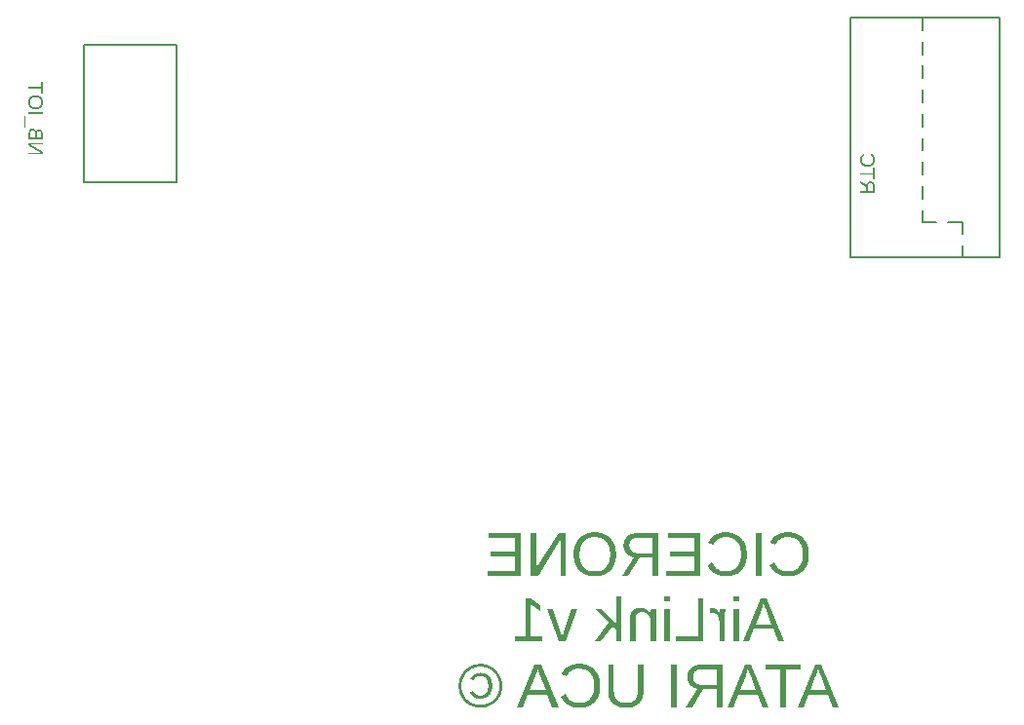
<source format=gbr>
G04 EAGLE Gerber RS-274X export*
G75*
%MOMM*%
%FSLAX34Y34*%
%LPD*%
%INSilkscreen Bottom*%
%IPPOS*%
%AMOC8*
5,1,8,0,0,1.08239X$1,22.5*%
G01*
G04 Define Apertures*
%ADD10C,0.127000*%
G36*
X541649Y161574D02*
X540948Y161583D01*
X540259Y161610D01*
X539581Y161656D01*
X538915Y161720D01*
X538261Y161803D01*
X537618Y161903D01*
X536987Y162022D01*
X536368Y162159D01*
X535761Y162315D01*
X535165Y162488D01*
X534581Y162680D01*
X534009Y162891D01*
X533448Y163119D01*
X532899Y163366D01*
X532362Y163632D01*
X531837Y163915D01*
X531325Y164216D01*
X530828Y164532D01*
X530346Y164864D01*
X529880Y165212D01*
X529428Y165576D01*
X528992Y165956D01*
X528570Y166351D01*
X528164Y166763D01*
X527773Y167190D01*
X527397Y167633D01*
X527036Y168092D01*
X526690Y168566D01*
X526359Y169057D01*
X526044Y169563D01*
X525743Y170085D01*
X525458Y170623D01*
X525189Y171175D01*
X524937Y171738D01*
X524702Y172312D01*
X524485Y172897D01*
X524285Y173494D01*
X524103Y174102D01*
X523938Y174721D01*
X523791Y175352D01*
X523660Y175994D01*
X523547Y176647D01*
X523452Y177311D01*
X523374Y177987D01*
X523313Y178674D01*
X523270Y179373D01*
X523244Y180083D01*
X523235Y180804D01*
X523243Y181528D01*
X523269Y182239D01*
X523312Y182939D01*
X523372Y183627D01*
X523449Y184302D01*
X523544Y184965D01*
X523655Y185617D01*
X523784Y186256D01*
X523930Y186883D01*
X524093Y187497D01*
X524273Y188100D01*
X524470Y188691D01*
X524685Y189269D01*
X524917Y189835D01*
X525165Y190389D01*
X525431Y190932D01*
X525714Y191460D01*
X526011Y191972D01*
X526324Y192468D01*
X526652Y192948D01*
X526996Y193412D01*
X527354Y193861D01*
X527729Y194293D01*
X528118Y194710D01*
X528523Y195110D01*
X528943Y195495D01*
X529378Y195864D01*
X529829Y196217D01*
X530295Y196554D01*
X530776Y196874D01*
X531272Y197180D01*
X531784Y197469D01*
X532310Y197741D01*
X532847Y197996D01*
X533396Y198233D01*
X533956Y198453D01*
X534528Y198655D01*
X535112Y198839D01*
X535708Y199006D01*
X536316Y199156D01*
X536935Y199287D01*
X537566Y199402D01*
X538208Y199498D01*
X538862Y199577D01*
X539528Y199639D01*
X540206Y199683D01*
X540895Y199709D01*
X541597Y199718D01*
X542667Y199698D01*
X543707Y199639D01*
X544718Y199542D01*
X545699Y199405D01*
X546650Y199228D01*
X547571Y199013D01*
X548462Y198759D01*
X549324Y198465D01*
X550156Y198132D01*
X550958Y197760D01*
X551730Y197349D01*
X552472Y196899D01*
X553185Y196410D01*
X553868Y195881D01*
X554521Y195313D01*
X555144Y194706D01*
X555734Y194065D01*
X556285Y193393D01*
X556798Y192691D01*
X557273Y191958D01*
X557711Y191195D01*
X558110Y190402D01*
X558471Y189579D01*
X558794Y188725D01*
X559079Y187841D01*
X559326Y186927D01*
X559536Y185982D01*
X559707Y185007D01*
X559840Y184002D01*
X559935Y182966D01*
X559992Y181900D01*
X560011Y180804D01*
X560002Y180079D01*
X559977Y179366D01*
X559934Y178665D01*
X559874Y177975D01*
X559798Y177296D01*
X559704Y176629D01*
X559593Y175973D01*
X559465Y175329D01*
X559320Y174696D01*
X559158Y174074D01*
X558979Y173464D01*
X558783Y172865D01*
X558569Y172278D01*
X558339Y171702D01*
X558092Y171137D01*
X557827Y170584D01*
X557547Y170044D01*
X557251Y169521D01*
X556940Y169014D01*
X556613Y168523D01*
X556271Y168048D01*
X555914Y167589D01*
X555542Y167147D01*
X555154Y166720D01*
X554751Y166310D01*
X554333Y165915D01*
X553899Y165537D01*
X553450Y165175D01*
X552986Y164830D01*
X552506Y164500D01*
X552011Y164186D01*
X551501Y163889D01*
X550977Y163608D01*
X550441Y163346D01*
X549892Y163102D01*
X549331Y162876D01*
X548758Y162668D01*
X548173Y162478D01*
X547576Y162306D01*
X546966Y162153D01*
X546344Y162017D01*
X545710Y161899D01*
X545064Y161800D01*
X544406Y161719D01*
X543735Y161655D01*
X543052Y161610D01*
X542357Y161583D01*
X541649Y161574D01*
G37*
%LPC*%
G36*
X541649Y165651D02*
X542418Y165667D01*
X543165Y165715D01*
X543891Y165795D01*
X544596Y165907D01*
X545280Y166051D01*
X545942Y166227D01*
X546583Y166434D01*
X547203Y166674D01*
X547802Y166946D01*
X548379Y167249D01*
X548935Y167585D01*
X549469Y167952D01*
X549983Y168352D01*
X550475Y168783D01*
X550946Y169247D01*
X551396Y169742D01*
X551821Y170265D01*
X552219Y170810D01*
X552589Y171377D01*
X552932Y171967D01*
X553248Y172580D01*
X553536Y173215D01*
X553796Y173873D01*
X554029Y174553D01*
X554235Y175255D01*
X554414Y175980D01*
X554564Y176728D01*
X554688Y177498D01*
X554784Y178291D01*
X554853Y179106D01*
X554894Y179944D01*
X554907Y180804D01*
X554894Y181669D01*
X554853Y182511D01*
X554785Y183328D01*
X554690Y184120D01*
X554568Y184888D01*
X554419Y185631D01*
X554243Y186350D01*
X554039Y187045D01*
X553809Y187715D01*
X553551Y188361D01*
X553266Y188982D01*
X552954Y189578D01*
X552615Y190151D01*
X552249Y190698D01*
X551856Y191222D01*
X551435Y191721D01*
X550990Y192192D01*
X550522Y192633D01*
X550031Y193044D01*
X549518Y193424D01*
X548982Y193774D01*
X548424Y194093D01*
X547843Y194382D01*
X547239Y194641D01*
X546613Y194869D01*
X545964Y195067D01*
X545293Y195234D01*
X544599Y195371D01*
X543882Y195477D01*
X543143Y195553D01*
X542381Y195599D01*
X541597Y195614D01*
X540818Y195599D01*
X540063Y195552D01*
X539329Y195475D01*
X538618Y195367D01*
X537929Y195229D01*
X537263Y195059D01*
X536619Y194859D01*
X535997Y194628D01*
X535397Y194366D01*
X534820Y194073D01*
X534265Y193749D01*
X533732Y193394D01*
X533221Y193009D01*
X532733Y192593D01*
X532267Y192146D01*
X531824Y191668D01*
X531405Y191163D01*
X531013Y190635D01*
X530648Y190084D01*
X530310Y189509D01*
X530000Y188912D01*
X529716Y188291D01*
X529459Y187646D01*
X529229Y186979D01*
X529027Y186288D01*
X528851Y185575D01*
X528702Y184837D01*
X528581Y184077D01*
X528486Y183294D01*
X528419Y182487D01*
X528378Y181657D01*
X528365Y180804D01*
X528378Y179912D01*
X528418Y179046D01*
X528485Y178206D01*
X528579Y177391D01*
X528700Y176602D01*
X528847Y175839D01*
X529022Y175101D01*
X529223Y174388D01*
X529451Y173701D01*
X529706Y173040D01*
X529987Y172405D01*
X530296Y171795D01*
X530631Y171210D01*
X530993Y170651D01*
X531382Y170118D01*
X531797Y169610D01*
X532238Y169131D01*
X532702Y168682D01*
X533190Y168265D01*
X533701Y167878D01*
X534235Y167523D01*
X534792Y167198D01*
X535373Y166904D01*
X535977Y166641D01*
X536604Y166409D01*
X537255Y166208D01*
X537929Y166038D01*
X538626Y165899D01*
X539347Y165791D01*
X540091Y165713D01*
X540858Y165667D01*
X541649Y165651D01*
G37*
%LPD*%
G36*
X442321Y47379D02*
X441689Y47389D01*
X441062Y47419D01*
X440440Y47468D01*
X439823Y47538D01*
X439211Y47627D01*
X438604Y47736D01*
X438002Y47865D01*
X437405Y48014D01*
X436814Y48182D01*
X436227Y48371D01*
X435645Y48579D01*
X435068Y48807D01*
X434497Y49055D01*
X433930Y49323D01*
X433368Y49610D01*
X432812Y49918D01*
X432265Y50242D01*
X431733Y50582D01*
X431216Y50936D01*
X430714Y51305D01*
X430226Y51689D01*
X429754Y52088D01*
X429296Y52501D01*
X428853Y52930D01*
X428424Y53373D01*
X428011Y53831D01*
X427612Y54303D01*
X427228Y54791D01*
X426859Y55293D01*
X426505Y55810D01*
X426165Y56342D01*
X425841Y56889D01*
X425533Y57445D01*
X425246Y58007D01*
X424978Y58574D01*
X424730Y59145D01*
X424502Y59722D01*
X424294Y60304D01*
X424105Y60891D01*
X423937Y61482D01*
X423788Y62079D01*
X423659Y62681D01*
X423550Y63288D01*
X423461Y63900D01*
X423391Y64517D01*
X423342Y65139D01*
X423312Y65766D01*
X423302Y66398D01*
X423312Y67034D01*
X423342Y67663D01*
X423391Y68287D01*
X423460Y68906D01*
X423549Y69519D01*
X423657Y70126D01*
X423785Y70728D01*
X423933Y71324D01*
X424101Y71915D01*
X424289Y72500D01*
X424496Y73080D01*
X424723Y73654D01*
X424969Y74223D01*
X425236Y74786D01*
X425522Y75343D01*
X425827Y75895D01*
X426151Y76437D01*
X426489Y76965D01*
X426842Y77478D01*
X427209Y77977D01*
X427592Y78462D01*
X427990Y78933D01*
X428402Y79389D01*
X428830Y79831D01*
X429272Y80259D01*
X429729Y80672D01*
X430201Y81071D01*
X430688Y81456D01*
X431190Y81827D01*
X431707Y82183D01*
X432239Y82525D01*
X432785Y82853D01*
X433342Y83164D01*
X433904Y83454D01*
X434471Y83725D01*
X435044Y83975D01*
X435621Y84206D01*
X436204Y84416D01*
X436792Y84606D01*
X437386Y84777D01*
X437984Y84927D01*
X438588Y85057D01*
X439197Y85167D01*
X439812Y85257D01*
X440431Y85328D01*
X441056Y85378D01*
X441686Y85408D01*
X442321Y85418D01*
X442954Y85408D01*
X443580Y85378D01*
X444202Y85328D01*
X444819Y85258D01*
X445430Y85169D01*
X446037Y85059D01*
X446638Y84929D01*
X447234Y84780D01*
X447825Y84610D01*
X448411Y84421D01*
X448992Y84212D01*
X449567Y83982D01*
X450138Y83733D01*
X450703Y83464D01*
X451263Y83175D01*
X451818Y82866D01*
X452363Y82540D01*
X452894Y82199D01*
X453410Y81844D01*
X453911Y81474D01*
X454398Y81089D01*
X454870Y80690D01*
X455327Y80276D01*
X455770Y79847D01*
X456199Y79404D01*
X456613Y78947D01*
X457012Y78475D01*
X457397Y77988D01*
X457767Y77487D01*
X458122Y76971D01*
X458463Y76440D01*
X458789Y75895D01*
X459098Y75340D01*
X459387Y74780D01*
X459656Y74215D01*
X459905Y73644D01*
X460135Y73069D01*
X460344Y72488D01*
X460533Y71902D01*
X460703Y71311D01*
X460852Y70715D01*
X460982Y70114D01*
X461092Y69507D01*
X461181Y68896D01*
X461251Y68279D01*
X461301Y67657D01*
X461331Y67031D01*
X461341Y66398D01*
X461331Y65779D01*
X461302Y65165D01*
X461254Y64555D01*
X461187Y63950D01*
X461101Y63349D01*
X460995Y62753D01*
X460870Y62161D01*
X460726Y61575D01*
X460563Y60992D01*
X460380Y60415D01*
X460178Y59842D01*
X459957Y59274D01*
X459717Y58710D01*
X459458Y58151D01*
X459179Y57596D01*
X458881Y57047D01*
X458566Y56506D01*
X458235Y55979D01*
X457889Y55465D01*
X457526Y54965D01*
X457149Y54479D01*
X456755Y54006D01*
X456346Y53546D01*
X455922Y53101D01*
X455482Y52668D01*
X455026Y52250D01*
X454554Y51845D01*
X454067Y51453D01*
X453564Y51075D01*
X453046Y50711D01*
X452512Y50360D01*
X451963Y50023D01*
X451402Y49703D01*
X450837Y49403D01*
X450265Y49124D01*
X449688Y48866D01*
X449105Y48629D01*
X448517Y48412D01*
X447923Y48216D01*
X447323Y48040D01*
X446717Y47885D01*
X446106Y47751D01*
X445490Y47637D01*
X444867Y47544D01*
X444239Y47472D01*
X443606Y47420D01*
X442966Y47389D01*
X442321Y47379D01*
G37*
%LPC*%
G36*
X442321Y49852D02*
X442875Y49861D01*
X443423Y49886D01*
X443966Y49930D01*
X444505Y49990D01*
X445038Y50068D01*
X445567Y50163D01*
X446091Y50275D01*
X446609Y50404D01*
X447123Y50551D01*
X447632Y50715D01*
X448136Y50896D01*
X448635Y51095D01*
X449129Y51311D01*
X449618Y51544D01*
X450102Y51794D01*
X450582Y52062D01*
X451052Y52344D01*
X451510Y52640D01*
X451956Y52948D01*
X452389Y53268D01*
X452810Y53602D01*
X453219Y53948D01*
X453615Y54307D01*
X453998Y54679D01*
X454369Y55064D01*
X454728Y55461D01*
X455074Y55871D01*
X455408Y56294D01*
X455729Y56729D01*
X456038Y57177D01*
X456335Y57638D01*
X456619Y58112D01*
X456888Y58594D01*
X457140Y59082D01*
X457374Y59574D01*
X457591Y60070D01*
X457791Y60572D01*
X457973Y61078D01*
X458138Y61588D01*
X458286Y62104D01*
X458416Y62624D01*
X458529Y63149D01*
X458625Y63679D01*
X458703Y64213D01*
X458764Y64753D01*
X458807Y65296D01*
X458833Y65845D01*
X458842Y66398D01*
X458833Y66945D01*
X458807Y67488D01*
X458764Y68026D01*
X458704Y68560D01*
X458626Y69090D01*
X458531Y69616D01*
X458419Y70137D01*
X458289Y70653D01*
X458143Y71166D01*
X457979Y71674D01*
X457797Y72178D01*
X457599Y72677D01*
X457383Y73173D01*
X457150Y73663D01*
X456900Y74150D01*
X456632Y74632D01*
X456349Y75106D01*
X456054Y75567D01*
X455746Y76016D01*
X455425Y76452D01*
X455092Y76875D01*
X454745Y77285D01*
X454386Y77683D01*
X454015Y78069D01*
X453630Y78441D01*
X453233Y78801D01*
X452823Y79149D01*
X452400Y79483D01*
X451964Y79805D01*
X451516Y80115D01*
X451055Y80412D01*
X450582Y80696D01*
X450099Y80965D01*
X449612Y81217D01*
X449121Y81451D01*
X448625Y81668D01*
X448125Y81868D01*
X447620Y82050D01*
X447110Y82215D01*
X446596Y82363D01*
X446078Y82493D01*
X445555Y82606D01*
X445027Y82702D01*
X444495Y82780D01*
X443958Y82841D01*
X443417Y82884D01*
X442872Y82910D01*
X442321Y82919D01*
X441765Y82910D01*
X441213Y82884D01*
X440666Y82840D01*
X440124Y82779D01*
X439587Y82700D01*
X439054Y82604D01*
X438527Y82491D01*
X438004Y82360D01*
X437486Y82211D01*
X436973Y82045D01*
X436465Y81862D01*
X435961Y81661D01*
X435462Y81443D01*
X434969Y81207D01*
X434480Y80953D01*
X433996Y80683D01*
X433520Y80397D01*
X433058Y80099D01*
X432608Y79789D01*
X432171Y79467D01*
X431747Y79132D01*
X431336Y78786D01*
X430938Y78427D01*
X430553Y78055D01*
X430180Y77672D01*
X429820Y77276D01*
X429474Y76868D01*
X429140Y76448D01*
X428818Y76016D01*
X428510Y75571D01*
X428215Y75114D01*
X427932Y74645D01*
X427664Y74168D01*
X427414Y73685D01*
X427181Y73197D01*
X426965Y72705D01*
X426767Y72207D01*
X426585Y71704D01*
X426421Y71196D01*
X426275Y70683D01*
X426145Y70165D01*
X426033Y69642D01*
X425938Y69114D01*
X425860Y68581D01*
X425800Y68043D01*
X425757Y67500D01*
X425731Y66952D01*
X425722Y66403D01*
X425722Y66398D01*
X425731Y65845D01*
X425757Y65296D01*
X425800Y64753D01*
X425860Y64213D01*
X425938Y63679D01*
X426033Y63149D01*
X426145Y62624D01*
X426275Y62104D01*
X426421Y61588D01*
X426585Y61078D01*
X426767Y60572D01*
X426965Y60070D01*
X427181Y59574D01*
X427414Y59082D01*
X427664Y58594D01*
X427932Y58112D01*
X428215Y57638D01*
X428510Y57177D01*
X428819Y56729D01*
X429140Y56294D01*
X429475Y55871D01*
X429822Y55461D01*
X430183Y55064D01*
X430556Y54679D01*
X430942Y54307D01*
X431342Y53948D01*
X431754Y53602D01*
X432179Y53268D01*
X432617Y52948D01*
X433068Y52640D01*
X433532Y52344D01*
X434009Y52062D01*
X434494Y51794D01*
X434984Y51544D01*
X435479Y51311D01*
X435978Y51095D01*
X436482Y50896D01*
X436990Y50715D01*
X437503Y50551D01*
X438020Y50404D01*
X438542Y50275D01*
X439069Y50163D01*
X439599Y50068D01*
X440135Y49990D01*
X440675Y49930D01*
X441219Y49886D01*
X441768Y49861D01*
X442321Y49852D01*
G37*
%LPD*%
G36*
X442032Y55139D02*
X441276Y55161D01*
X440547Y55225D01*
X439844Y55332D01*
X439168Y55481D01*
X438519Y55674D01*
X437896Y55909D01*
X437300Y56187D01*
X436731Y56507D01*
X436185Y56878D01*
X435657Y57305D01*
X435147Y57789D01*
X434656Y58329D01*
X434184Y58926D01*
X433730Y59580D01*
X433295Y60291D01*
X432878Y61058D01*
X435903Y61979D01*
X436158Y61482D01*
X436430Y61017D01*
X436719Y60584D01*
X437026Y60184D01*
X437349Y59815D01*
X437690Y59478D01*
X438047Y59174D01*
X438422Y58901D01*
X438813Y58661D01*
X439222Y58452D01*
X439648Y58276D01*
X440090Y58132D01*
X440550Y58020D01*
X441027Y57939D01*
X441521Y57891D01*
X442032Y57875D01*
X442438Y57884D01*
X442832Y57910D01*
X443215Y57954D01*
X443587Y58016D01*
X443949Y58095D01*
X444299Y58192D01*
X444637Y58306D01*
X444965Y58438D01*
X445282Y58587D01*
X445588Y58754D01*
X445882Y58938D01*
X446165Y59140D01*
X446438Y59360D01*
X446699Y59597D01*
X446949Y59852D01*
X447188Y60124D01*
X447414Y60413D01*
X447626Y60715D01*
X447823Y61032D01*
X448005Y61363D01*
X448173Y61709D01*
X448326Y62068D01*
X448465Y62442D01*
X448589Y62831D01*
X448698Y63233D01*
X448793Y63650D01*
X448873Y64081D01*
X448939Y64527D01*
X448990Y64986D01*
X449027Y65460D01*
X449049Y65949D01*
X449056Y66451D01*
X449049Y66963D01*
X449028Y67458D01*
X448993Y67938D01*
X448945Y68402D01*
X448882Y68850D01*
X448806Y69282D01*
X448716Y69698D01*
X448612Y70098D01*
X448494Y70482D01*
X448362Y70850D01*
X448217Y71202D01*
X448057Y71539D01*
X447884Y71859D01*
X447696Y72164D01*
X447495Y72452D01*
X447280Y72725D01*
X447052Y72982D01*
X446812Y73221D01*
X446559Y73445D01*
X446294Y73652D01*
X446018Y73842D01*
X445728Y74016D01*
X445427Y74173D01*
X445113Y74313D01*
X444787Y74437D01*
X444449Y74545D01*
X444099Y74636D01*
X443736Y74710D01*
X443361Y74768D01*
X442974Y74810D01*
X442575Y74834D01*
X442164Y74843D01*
X441671Y74829D01*
X441194Y74787D01*
X440731Y74717D01*
X440283Y74619D01*
X439849Y74493D01*
X439431Y74340D01*
X439027Y74158D01*
X438639Y73948D01*
X438268Y73710D01*
X437918Y73444D01*
X437590Y73148D01*
X437284Y72824D01*
X436999Y72471D01*
X436735Y72089D01*
X436492Y71678D01*
X436271Y71239D01*
X433272Y72107D01*
X433603Y72773D01*
X433964Y73395D01*
X434356Y73975D01*
X434778Y74512D01*
X435231Y75006D01*
X435714Y75457D01*
X436227Y75865D01*
X436771Y76230D01*
X437345Y76553D01*
X437950Y76832D01*
X438585Y77068D01*
X439250Y77261D01*
X439946Y77412D01*
X440672Y77519D01*
X441429Y77583D01*
X442216Y77605D01*
X442829Y77594D01*
X443423Y77559D01*
X443998Y77503D01*
X444556Y77423D01*
X445095Y77321D01*
X445616Y77196D01*
X446118Y77048D01*
X446603Y76878D01*
X447069Y76685D01*
X447516Y76469D01*
X447946Y76231D01*
X448357Y75970D01*
X448750Y75686D01*
X449124Y75379D01*
X449481Y75050D01*
X449819Y74698D01*
X450137Y74325D01*
X450435Y73933D01*
X450713Y73522D01*
X450970Y73093D01*
X451206Y72644D01*
X451422Y72176D01*
X451617Y71689D01*
X451792Y71183D01*
X451946Y70658D01*
X452079Y70114D01*
X452192Y69551D01*
X452285Y68969D01*
X452357Y68368D01*
X452408Y67748D01*
X452439Y67109D01*
X452449Y66451D01*
X452439Y65790D01*
X452407Y65147D01*
X452353Y64523D01*
X452278Y63917D01*
X452182Y63331D01*
X452065Y62763D01*
X451926Y62214D01*
X451765Y61683D01*
X451584Y61171D01*
X451381Y60678D01*
X451156Y60204D01*
X450910Y59748D01*
X450643Y59311D01*
X450355Y58893D01*
X450045Y58493D01*
X449713Y58112D01*
X449363Y57752D01*
X448995Y57415D01*
X448610Y57102D01*
X448207Y56812D01*
X447788Y56544D01*
X447351Y56301D01*
X446897Y56080D01*
X446425Y55883D01*
X445936Y55708D01*
X445431Y55557D01*
X444907Y55430D01*
X444367Y55325D01*
X443809Y55244D01*
X443234Y55186D01*
X442642Y55151D01*
X442032Y55139D01*
G37*
G36*
X570848Y162100D02*
X565061Y162100D01*
X571104Y171270D01*
X575584Y178068D01*
X575061Y178168D01*
X574553Y178284D01*
X574060Y178417D01*
X573580Y178566D01*
X573115Y178731D01*
X572664Y178913D01*
X572228Y179110D01*
X571805Y179324D01*
X571397Y179554D01*
X571336Y179592D01*
X571004Y179800D01*
X570624Y180063D01*
X570259Y180342D01*
X569908Y180637D01*
X569572Y180948D01*
X569249Y181275D01*
X568941Y181619D01*
X568650Y181976D01*
X568377Y182343D01*
X568123Y182721D01*
X567888Y183109D01*
X567672Y183507D01*
X567474Y183915D01*
X567296Y184334D01*
X567136Y184763D01*
X566995Y185202D01*
X566873Y185651D01*
X566769Y186111D01*
X566685Y186581D01*
X566619Y187061D01*
X566572Y187552D01*
X566544Y188053D01*
X566534Y188564D01*
X566548Y189180D01*
X566587Y189779D01*
X566654Y190361D01*
X566747Y190926D01*
X566867Y191473D01*
X567013Y192004D01*
X567186Y192517D01*
X567386Y193013D01*
X567612Y193492D01*
X567865Y193954D01*
X568144Y194398D01*
X568450Y194826D01*
X568783Y195236D01*
X569142Y195629D01*
X569528Y196005D01*
X569941Y196364D01*
X570378Y196703D01*
X570837Y197020D01*
X571319Y197316D01*
X571823Y197589D01*
X572349Y197841D01*
X572897Y198071D01*
X573468Y198279D01*
X574061Y198465D01*
X574676Y198629D01*
X575314Y198771D01*
X575974Y198892D01*
X576656Y198990D01*
X577361Y199067D01*
X578088Y199122D01*
X578837Y199154D01*
X579608Y199165D01*
X597049Y199165D01*
X597049Y162100D01*
X592025Y162100D01*
X592025Y177489D01*
X580476Y177489D01*
X570848Y162100D01*
G37*
%LPC*%
G36*
X592025Y181461D02*
X592025Y195141D01*
X580108Y195141D01*
X579599Y195134D01*
X579106Y195114D01*
X578627Y195081D01*
X578164Y195034D01*
X577716Y194975D01*
X577283Y194902D01*
X576864Y194816D01*
X576461Y194716D01*
X576074Y194604D01*
X575701Y194478D01*
X575343Y194339D01*
X575001Y194186D01*
X574673Y194020D01*
X574361Y193841D01*
X574064Y193649D01*
X573782Y193444D01*
X573516Y193226D01*
X573267Y192996D01*
X573035Y192753D01*
X572821Y192499D01*
X572623Y192233D01*
X572443Y191955D01*
X572280Y191665D01*
X572134Y191362D01*
X572005Y191048D01*
X571894Y190722D01*
X571800Y190383D01*
X571722Y190033D01*
X571662Y189671D01*
X571619Y189296D01*
X571594Y188910D01*
X571585Y188511D01*
X571593Y188100D01*
X571619Y187699D01*
X571661Y187311D01*
X571721Y186934D01*
X571797Y186568D01*
X571890Y186215D01*
X572000Y185873D01*
X572128Y185542D01*
X572272Y185223D01*
X572433Y184916D01*
X572611Y184620D01*
X572806Y184336D01*
X573018Y184064D01*
X573247Y183803D01*
X573492Y183554D01*
X573755Y183316D01*
X574034Y183091D01*
X574326Y182881D01*
X574632Y182686D01*
X574953Y182505D01*
X575288Y182338D01*
X575636Y182186D01*
X575999Y182048D01*
X576376Y181925D01*
X576767Y181816D01*
X577172Y181722D01*
X577591Y181642D01*
X578024Y181577D01*
X578472Y181527D01*
X578933Y181490D01*
X579408Y181469D01*
X579898Y181461D01*
X592025Y181461D01*
G37*
%LPD*%
G36*
X626130Y47800D02*
X620342Y47800D01*
X626385Y56970D01*
X630865Y63768D01*
X630343Y63868D01*
X629835Y63984D01*
X629341Y64117D01*
X628861Y64266D01*
X628396Y64431D01*
X627945Y64613D01*
X627509Y64810D01*
X627087Y65024D01*
X626679Y65254D01*
X626617Y65292D01*
X626285Y65500D01*
X625905Y65763D01*
X625540Y66042D01*
X625189Y66337D01*
X624853Y66648D01*
X624530Y66975D01*
X624222Y67319D01*
X623931Y67676D01*
X623658Y68043D01*
X623404Y68421D01*
X623169Y68809D01*
X622953Y69207D01*
X622756Y69615D01*
X622577Y70034D01*
X622417Y70463D01*
X622276Y70902D01*
X622154Y71351D01*
X622051Y71811D01*
X621966Y72281D01*
X621900Y72761D01*
X621853Y73252D01*
X621825Y73753D01*
X621815Y74264D01*
X621829Y74880D01*
X621869Y75479D01*
X621935Y76061D01*
X622028Y76626D01*
X622148Y77173D01*
X622295Y77704D01*
X622468Y78217D01*
X622667Y78713D01*
X622893Y79192D01*
X623146Y79654D01*
X623426Y80098D01*
X623732Y80526D01*
X624064Y80936D01*
X624424Y81329D01*
X624810Y81705D01*
X625222Y82064D01*
X625659Y82403D01*
X626118Y82720D01*
X626600Y83016D01*
X627104Y83289D01*
X627630Y83541D01*
X628178Y83771D01*
X628749Y83979D01*
X629342Y84165D01*
X629958Y84329D01*
X630595Y84471D01*
X631255Y84592D01*
X631938Y84690D01*
X632642Y84767D01*
X633369Y84822D01*
X634118Y84854D01*
X634890Y84865D01*
X652331Y84865D01*
X652331Y47800D01*
X647306Y47800D01*
X647306Y63189D01*
X635758Y63189D01*
X626130Y47800D01*
G37*
%LPC*%
G36*
X647306Y67161D02*
X647306Y80841D01*
X635389Y80841D01*
X634881Y80834D01*
X634387Y80814D01*
X633909Y80781D01*
X633445Y80734D01*
X632997Y80675D01*
X632564Y80602D01*
X632146Y80516D01*
X631743Y80416D01*
X631355Y80304D01*
X630982Y80178D01*
X630624Y80039D01*
X630282Y79886D01*
X629954Y79720D01*
X629642Y79541D01*
X629345Y79349D01*
X629063Y79144D01*
X628797Y78926D01*
X628548Y78696D01*
X628316Y78453D01*
X628102Y78199D01*
X627904Y77933D01*
X627724Y77655D01*
X627561Y77365D01*
X627415Y77062D01*
X627287Y76748D01*
X627175Y76422D01*
X627081Y76083D01*
X627004Y75733D01*
X626943Y75371D01*
X626901Y74996D01*
X626875Y74610D01*
X626866Y74211D01*
X626875Y73800D01*
X626900Y73399D01*
X626943Y73011D01*
X627002Y72634D01*
X627078Y72268D01*
X627171Y71915D01*
X627282Y71573D01*
X627409Y71242D01*
X627553Y70923D01*
X627714Y70616D01*
X627892Y70320D01*
X628087Y70036D01*
X628299Y69764D01*
X628528Y69503D01*
X628774Y69254D01*
X629036Y69016D01*
X629315Y68791D01*
X629607Y68581D01*
X629914Y68386D01*
X630234Y68205D01*
X630569Y68038D01*
X630918Y67886D01*
X631280Y67748D01*
X631657Y67625D01*
X632048Y67516D01*
X632453Y67422D01*
X632872Y67342D01*
X633305Y67277D01*
X633753Y67227D01*
X634214Y67190D01*
X634689Y67169D01*
X635179Y67161D01*
X647306Y67161D01*
G37*
%LPD*%
G36*
X479395Y47800D02*
X474265Y47800D01*
X489154Y84865D01*
X494863Y84865D01*
X509989Y47800D01*
X504780Y47800D01*
X500518Y58638D01*
X483630Y58638D01*
X479395Y47800D01*
G37*
%LPC*%
G36*
X498993Y62558D02*
X494257Y74738D01*
X493652Y76370D01*
X493126Y77848D01*
X492679Y79172D01*
X492311Y80341D01*
X492074Y81077D01*
X491364Y78894D01*
X490996Y77779D01*
X490627Y76724D01*
X490259Y75727D01*
X489891Y74790D01*
X485129Y62558D01*
X498993Y62558D01*
G37*
%LPD*%
G36*
X661988Y47800D02*
X656859Y47800D01*
X671748Y84865D01*
X677456Y84865D01*
X692582Y47800D01*
X687374Y47800D01*
X683112Y58638D01*
X666224Y58638D01*
X661988Y47800D01*
G37*
%LPC*%
G36*
X681586Y62558D02*
X676851Y74738D01*
X676246Y76370D01*
X675720Y77848D01*
X675273Y79172D01*
X674905Y80341D01*
X674668Y81077D01*
X673958Y78894D01*
X673589Y77779D01*
X673221Y76724D01*
X672853Y75727D01*
X672484Y74790D01*
X667723Y62558D01*
X681586Y62558D01*
G37*
%LPD*%
G36*
X675582Y104950D02*
X670452Y104950D01*
X685342Y142015D01*
X691050Y142015D01*
X706176Y104950D01*
X700967Y104950D01*
X696706Y115788D01*
X679817Y115788D01*
X675582Y104950D01*
G37*
%LPC*%
G36*
X695180Y119708D02*
X690445Y131888D01*
X689840Y133520D01*
X689314Y134998D01*
X688867Y136322D01*
X688498Y137491D01*
X688262Y138227D01*
X687551Y136044D01*
X687183Y134929D01*
X686815Y133874D01*
X686446Y132877D01*
X686078Y131940D01*
X681317Y119708D01*
X695180Y119708D01*
G37*
%LPD*%
G36*
X722832Y47800D02*
X717702Y47800D01*
X732592Y84865D01*
X738300Y84865D01*
X753426Y47800D01*
X748217Y47800D01*
X743956Y58638D01*
X727067Y58638D01*
X722832Y47800D01*
G37*
%LPC*%
G36*
X742430Y62558D02*
X737695Y74738D01*
X737090Y76370D01*
X736564Y77848D01*
X736117Y79172D01*
X735748Y80341D01*
X735512Y81077D01*
X734801Y78894D01*
X734433Y77779D01*
X734065Y76724D01*
X733696Y75727D01*
X733328Y74790D01*
X728567Y62558D01*
X742430Y62558D01*
G37*
%LPD*%
G36*
X492193Y162100D02*
X486143Y162100D01*
X486143Y199165D01*
X490667Y199165D01*
X490667Y174858D01*
X490648Y173523D01*
X490588Y171833D01*
X490490Y169788D01*
X490352Y167388D01*
X510397Y199165D01*
X516237Y199165D01*
X516237Y162100D01*
X511765Y162100D01*
X511765Y186723D01*
X511896Y191116D01*
X512028Y193667D01*
X492193Y162100D01*
G37*
G36*
X477331Y162100D02*
X448131Y162100D01*
X448131Y166204D01*
X472306Y166204D01*
X472306Y179120D01*
X450788Y179120D01*
X450788Y183171D01*
X472306Y183171D01*
X472306Y195062D01*
X449209Y195062D01*
X449209Y199165D01*
X477331Y199165D01*
X477331Y162100D01*
G37*
G36*
X632987Y162100D02*
X603787Y162100D01*
X603787Y166204D01*
X627962Y166204D01*
X627962Y179120D01*
X606444Y179120D01*
X606444Y183171D01*
X627962Y183171D01*
X627962Y195062D01*
X604866Y195062D01*
X604866Y199165D01*
X632987Y199165D01*
X632987Y162100D01*
G37*
G36*
X568676Y47274D02*
X568089Y47281D01*
X567512Y47301D01*
X566945Y47334D01*
X566387Y47382D01*
X565839Y47442D01*
X565301Y47516D01*
X564772Y47604D01*
X564254Y47705D01*
X563745Y47819D01*
X563246Y47947D01*
X562756Y48088D01*
X562277Y48243D01*
X561807Y48411D01*
X561347Y48593D01*
X560896Y48788D01*
X560456Y48997D01*
X560026Y49218D01*
X559609Y49452D01*
X559204Y49697D01*
X558812Y49955D01*
X558431Y50224D01*
X558064Y50506D01*
X557708Y50799D01*
X557365Y51105D01*
X557034Y51422D01*
X556715Y51752D01*
X556409Y52094D01*
X556115Y52447D01*
X555834Y52813D01*
X555565Y53191D01*
X555308Y53580D01*
X555063Y53982D01*
X554832Y54395D01*
X554616Y54817D01*
X554415Y55249D01*
X554229Y55690D01*
X554057Y56141D01*
X553901Y56602D01*
X553759Y57073D01*
X553633Y57553D01*
X553521Y58043D01*
X553424Y58542D01*
X553342Y59052D01*
X553275Y59570D01*
X553223Y60099D01*
X553186Y60637D01*
X553163Y61185D01*
X553156Y61742D01*
X553156Y84865D01*
X558154Y84865D01*
X558154Y62032D01*
X558165Y61387D01*
X558197Y60762D01*
X558252Y60157D01*
X558327Y59571D01*
X558425Y59005D01*
X558544Y58459D01*
X558685Y57932D01*
X558848Y57425D01*
X559032Y56937D01*
X559238Y56469D01*
X559466Y56021D01*
X559715Y55592D01*
X559986Y55183D01*
X560279Y54794D01*
X560593Y54424D01*
X560929Y54074D01*
X561285Y53744D01*
X561658Y53436D01*
X562048Y53149D01*
X562456Y52883D01*
X562881Y52638D01*
X563323Y52415D01*
X563783Y52213D01*
X564260Y52032D01*
X564755Y51872D01*
X565267Y51734D01*
X565796Y51617D01*
X566343Y51521D01*
X566907Y51447D01*
X567488Y51394D01*
X568087Y51362D01*
X568703Y51351D01*
X569302Y51362D01*
X569884Y51392D01*
X570447Y51444D01*
X570993Y51516D01*
X571521Y51608D01*
X572031Y51721D01*
X572523Y51855D01*
X572997Y52009D01*
X573454Y52184D01*
X573892Y52379D01*
X574313Y52595D01*
X574715Y52831D01*
X575100Y53088D01*
X575467Y53365D01*
X575816Y53663D01*
X576147Y53982D01*
X576460Y54320D01*
X576752Y54678D01*
X577024Y55054D01*
X577275Y55450D01*
X577507Y55865D01*
X577718Y56299D01*
X577910Y56752D01*
X578081Y57224D01*
X578232Y57715D01*
X578363Y58226D01*
X578474Y58755D01*
X578564Y59304D01*
X578635Y59872D01*
X578685Y60459D01*
X578715Y61065D01*
X578725Y61690D01*
X578725Y84865D01*
X583750Y84865D01*
X583750Y61269D01*
X583743Y60728D01*
X583721Y60196D01*
X583684Y59674D01*
X583633Y59161D01*
X583568Y58658D01*
X583487Y58164D01*
X583392Y57679D01*
X583283Y57204D01*
X583159Y56739D01*
X583020Y56283D01*
X582867Y55836D01*
X582699Y55399D01*
X582517Y54972D01*
X582320Y54553D01*
X582108Y54145D01*
X581882Y53745D01*
X581643Y53356D01*
X581391Y52979D01*
X581128Y52614D01*
X580853Y52261D01*
X580566Y51919D01*
X580267Y51588D01*
X579956Y51270D01*
X579633Y50963D01*
X579298Y50668D01*
X578952Y50385D01*
X578593Y50113D01*
X578222Y49854D01*
X577840Y49605D01*
X577445Y49369D01*
X577039Y49144D01*
X576621Y48931D01*
X576192Y48730D01*
X575754Y48543D01*
X575308Y48368D01*
X574852Y48206D01*
X574387Y48057D01*
X573913Y47921D01*
X573430Y47798D01*
X572938Y47688D01*
X572437Y47591D01*
X571927Y47507D01*
X571408Y47436D01*
X570880Y47377D01*
X570342Y47332D01*
X569796Y47300D01*
X569241Y47280D01*
X568676Y47274D01*
G37*
G36*
X528192Y47274D02*
X527513Y47284D01*
X526845Y47313D01*
X526187Y47362D01*
X525539Y47430D01*
X524902Y47518D01*
X524275Y47625D01*
X523658Y47752D01*
X523052Y47899D01*
X522457Y48065D01*
X521871Y48250D01*
X521296Y48455D01*
X520732Y48680D01*
X520177Y48924D01*
X519634Y49187D01*
X519100Y49470D01*
X518577Y49773D01*
X518066Y50094D01*
X517570Y50433D01*
X517088Y50791D01*
X516621Y51166D01*
X516169Y51558D01*
X515730Y51969D01*
X515307Y52398D01*
X514897Y52844D01*
X514503Y53309D01*
X514122Y53791D01*
X513757Y54291D01*
X513405Y54809D01*
X513069Y55345D01*
X512746Y55899D01*
X512438Y56470D01*
X512145Y57060D01*
X516249Y59112D01*
X516754Y58178D01*
X517289Y57305D01*
X517855Y56492D01*
X518450Y55740D01*
X519076Y55047D01*
X519732Y54415D01*
X520419Y53843D01*
X520773Y53579D01*
X521135Y53331D01*
X521505Y53098D01*
X521882Y52879D01*
X522267Y52676D01*
X522659Y52488D01*
X523059Y52315D01*
X523466Y52157D01*
X523881Y52014D01*
X524303Y51886D01*
X524734Y51773D01*
X525171Y51675D01*
X525616Y51592D01*
X526069Y51524D01*
X526529Y51472D01*
X526997Y51434D01*
X527472Y51411D01*
X527955Y51404D01*
X528705Y51420D01*
X529435Y51469D01*
X530146Y51550D01*
X530836Y51663D01*
X531508Y51809D01*
X532159Y51987D01*
X532791Y52197D01*
X533404Y52440D01*
X533997Y52715D01*
X534570Y53022D01*
X535123Y53362D01*
X535657Y53735D01*
X536171Y54139D01*
X536666Y54576D01*
X537141Y55045D01*
X537596Y55547D01*
X538028Y56075D01*
X538432Y56625D01*
X538808Y57195D01*
X539156Y57786D01*
X539476Y58397D01*
X539768Y59030D01*
X540033Y59684D01*
X540270Y60358D01*
X540479Y61053D01*
X540660Y61769D01*
X540813Y62506D01*
X540938Y63264D01*
X541035Y64043D01*
X541105Y64842D01*
X541147Y65662D01*
X541161Y66504D01*
X541147Y67354D01*
X541107Y68181D01*
X541041Y68985D01*
X540947Y69766D01*
X540827Y70525D01*
X540680Y71260D01*
X540506Y71973D01*
X540306Y72663D01*
X540079Y73329D01*
X539825Y73973D01*
X539544Y74594D01*
X539237Y75192D01*
X538903Y75767D01*
X538543Y76319D01*
X538155Y76849D01*
X537741Y77355D01*
X537303Y77834D01*
X536843Y78283D01*
X536362Y78700D01*
X535860Y79087D01*
X535336Y79443D01*
X534791Y79768D01*
X534225Y80061D01*
X533637Y80324D01*
X533028Y80556D01*
X532398Y80757D01*
X531746Y80927D01*
X531072Y81067D01*
X530378Y81175D01*
X529662Y81252D01*
X528924Y81299D01*
X528166Y81314D01*
X527680Y81307D01*
X527202Y81287D01*
X526733Y81254D01*
X526272Y81207D01*
X525820Y81147D01*
X525376Y81074D01*
X524940Y80987D01*
X524512Y80887D01*
X524093Y80773D01*
X523682Y80646D01*
X523280Y80506D01*
X522885Y80352D01*
X522500Y80185D01*
X522122Y80005D01*
X521392Y79604D01*
X521041Y79384D01*
X520703Y79153D01*
X520376Y78909D01*
X520062Y78654D01*
X519761Y78386D01*
X519471Y78107D01*
X519194Y77816D01*
X518929Y77513D01*
X518676Y77198D01*
X518435Y76871D01*
X518207Y76532D01*
X517991Y76181D01*
X517787Y75818D01*
X517595Y75444D01*
X517416Y75057D01*
X517249Y74659D01*
X512487Y76237D01*
X512729Y76797D01*
X512987Y77340D01*
X513261Y77865D01*
X513552Y78373D01*
X513860Y78863D01*
X514184Y79336D01*
X514524Y79791D01*
X514881Y80229D01*
X515254Y80649D01*
X515644Y81052D01*
X516050Y81438D01*
X516472Y81806D01*
X516911Y82156D01*
X517367Y82489D01*
X517839Y82805D01*
X518327Y83103D01*
X518831Y83383D01*
X519351Y83645D01*
X519885Y83890D01*
X520435Y84116D01*
X521000Y84324D01*
X521580Y84514D01*
X522175Y84685D01*
X522786Y84839D01*
X523412Y84975D01*
X524053Y85092D01*
X524709Y85192D01*
X525380Y85273D01*
X526067Y85336D01*
X526769Y85382D01*
X527486Y85409D01*
X528218Y85418D01*
X529263Y85398D01*
X530278Y85339D01*
X531265Y85241D01*
X532223Y85104D01*
X533153Y84927D01*
X534053Y84711D01*
X534925Y84456D01*
X535768Y84162D01*
X536582Y83828D01*
X537368Y83455D01*
X538124Y83043D01*
X538852Y82592D01*
X539552Y82101D01*
X540222Y81571D01*
X540864Y81002D01*
X541476Y80393D01*
X542056Y79750D01*
X542599Y79077D01*
X543104Y78374D01*
X543571Y77641D01*
X544001Y76878D01*
X544394Y76085D01*
X544749Y75262D01*
X545067Y74409D01*
X545348Y73526D01*
X545591Y72612D01*
X545797Y71669D01*
X545965Y70696D01*
X546096Y69693D01*
X546189Y68660D01*
X546245Y67597D01*
X546264Y66504D01*
X546256Y65770D01*
X546231Y65049D01*
X546189Y64340D01*
X546130Y63644D01*
X546055Y62960D01*
X545963Y62288D01*
X545854Y61629D01*
X545728Y60983D01*
X545586Y60348D01*
X545427Y59727D01*
X545251Y59117D01*
X545058Y58521D01*
X544849Y57936D01*
X544623Y57364D01*
X544380Y56805D01*
X544120Y56257D01*
X543845Y55724D01*
X543554Y55207D01*
X543248Y54705D01*
X542927Y54219D01*
X542590Y53748D01*
X542239Y53293D01*
X541872Y52854D01*
X541490Y52430D01*
X541092Y52022D01*
X540680Y51629D01*
X540252Y51252D01*
X539809Y50891D01*
X539351Y50545D01*
X538878Y50215D01*
X538389Y49901D01*
X537886Y49602D01*
X537368Y49320D01*
X536839Y49056D01*
X536299Y48811D01*
X535746Y48583D01*
X535181Y48374D01*
X534605Y48183D01*
X534017Y48011D01*
X533417Y47856D01*
X532805Y47720D01*
X532182Y47601D01*
X531546Y47501D01*
X530899Y47419D01*
X530240Y47356D01*
X529569Y47310D01*
X528886Y47283D01*
X528192Y47274D01*
G37*
G36*
X655504Y161574D02*
X654826Y161584D01*
X654157Y161613D01*
X653499Y161662D01*
X652852Y161730D01*
X652214Y161818D01*
X651587Y161925D01*
X650971Y162052D01*
X650365Y162199D01*
X649769Y162365D01*
X649184Y162550D01*
X648609Y162755D01*
X648044Y162980D01*
X647490Y163224D01*
X646946Y163487D01*
X646413Y163770D01*
X645889Y164073D01*
X645379Y164394D01*
X644883Y164733D01*
X644401Y165091D01*
X643934Y165466D01*
X643481Y165858D01*
X643043Y166269D01*
X642619Y166698D01*
X642210Y167144D01*
X641815Y167609D01*
X641435Y168091D01*
X641069Y168591D01*
X640718Y169109D01*
X640381Y169645D01*
X640059Y170199D01*
X639751Y170770D01*
X639458Y171360D01*
X643561Y173412D01*
X644066Y172478D01*
X644602Y171605D01*
X645167Y170792D01*
X645763Y170040D01*
X646389Y169347D01*
X647045Y168715D01*
X647731Y168143D01*
X648086Y167879D01*
X648448Y167631D01*
X648817Y167398D01*
X649194Y167179D01*
X649579Y166976D01*
X649971Y166788D01*
X650371Y166615D01*
X650779Y166457D01*
X651194Y166314D01*
X651616Y166186D01*
X652046Y166073D01*
X652484Y165975D01*
X652929Y165892D01*
X653381Y165824D01*
X653842Y165772D01*
X654309Y165734D01*
X654785Y165711D01*
X655268Y165704D01*
X656017Y165720D01*
X656748Y165769D01*
X657458Y165850D01*
X658149Y165963D01*
X658820Y166109D01*
X659472Y166287D01*
X660104Y166497D01*
X660716Y166740D01*
X661309Y167015D01*
X661882Y167322D01*
X662436Y167662D01*
X662970Y168035D01*
X663484Y168439D01*
X663978Y168876D01*
X664453Y169345D01*
X664909Y169847D01*
X665340Y170375D01*
X665744Y170925D01*
X666120Y171495D01*
X666468Y172086D01*
X666789Y172697D01*
X667081Y173330D01*
X667345Y173984D01*
X667582Y174658D01*
X667791Y175353D01*
X667972Y176069D01*
X668125Y176806D01*
X668251Y177564D01*
X668348Y178343D01*
X668418Y179142D01*
X668459Y179962D01*
X668473Y180804D01*
X668460Y181654D01*
X668420Y182481D01*
X668353Y183285D01*
X668260Y184066D01*
X668139Y184825D01*
X667992Y185560D01*
X667819Y186273D01*
X667618Y186963D01*
X667391Y187629D01*
X667137Y188273D01*
X666857Y188894D01*
X666550Y189492D01*
X666216Y190067D01*
X665855Y190619D01*
X665468Y191149D01*
X665053Y191655D01*
X664615Y192134D01*
X664156Y192583D01*
X663675Y193000D01*
X663173Y193387D01*
X662649Y193743D01*
X662104Y194068D01*
X661538Y194361D01*
X660950Y194624D01*
X660341Y194856D01*
X659710Y195057D01*
X659058Y195227D01*
X658385Y195367D01*
X657690Y195475D01*
X656974Y195552D01*
X656237Y195599D01*
X655478Y195614D01*
X654992Y195607D01*
X654515Y195587D01*
X654046Y195554D01*
X653585Y195507D01*
X653132Y195447D01*
X652688Y195374D01*
X652252Y195287D01*
X651825Y195187D01*
X651406Y195073D01*
X650995Y194946D01*
X650592Y194806D01*
X650198Y194652D01*
X649812Y194485D01*
X649434Y194305D01*
X648704Y193904D01*
X648354Y193684D01*
X648015Y193453D01*
X647689Y193209D01*
X647375Y192954D01*
X647073Y192686D01*
X646784Y192407D01*
X646506Y192116D01*
X646241Y191813D01*
X645988Y191498D01*
X645748Y191171D01*
X645519Y190832D01*
X645303Y190481D01*
X645099Y190118D01*
X644908Y189744D01*
X644728Y189357D01*
X644561Y188959D01*
X639800Y190537D01*
X640041Y191097D01*
X640299Y191640D01*
X640574Y192165D01*
X640865Y192673D01*
X641172Y193163D01*
X641496Y193636D01*
X641837Y194091D01*
X642193Y194529D01*
X642567Y194949D01*
X642956Y195352D01*
X643362Y195738D01*
X643785Y196106D01*
X644224Y196456D01*
X644679Y196789D01*
X645151Y197105D01*
X645640Y197403D01*
X646144Y197683D01*
X646663Y197945D01*
X647198Y198190D01*
X647747Y198416D01*
X648312Y198624D01*
X648892Y198814D01*
X649488Y198985D01*
X650098Y199139D01*
X650724Y199275D01*
X651365Y199392D01*
X652021Y199492D01*
X652693Y199573D01*
X653380Y199636D01*
X654081Y199682D01*
X654798Y199709D01*
X655531Y199718D01*
X656575Y199698D01*
X657591Y199639D01*
X658578Y199541D01*
X659536Y199404D01*
X660465Y199227D01*
X661366Y199011D01*
X662238Y198756D01*
X663081Y198462D01*
X663895Y198128D01*
X664680Y197755D01*
X665437Y197343D01*
X666165Y196892D01*
X666864Y196401D01*
X667534Y195871D01*
X668176Y195302D01*
X668789Y194693D01*
X669369Y194050D01*
X669911Y193377D01*
X670416Y192674D01*
X670884Y191941D01*
X671314Y191178D01*
X671706Y190385D01*
X672062Y189562D01*
X672380Y188709D01*
X672660Y187826D01*
X672903Y186912D01*
X673109Y185969D01*
X673277Y184996D01*
X673408Y183993D01*
X673502Y182960D01*
X673558Y181897D01*
X673577Y180804D01*
X673568Y180070D01*
X673543Y179349D01*
X673501Y178640D01*
X673443Y177944D01*
X673367Y177260D01*
X673275Y176588D01*
X673166Y175929D01*
X673041Y175283D01*
X672898Y174648D01*
X672739Y174027D01*
X672563Y173417D01*
X672371Y172821D01*
X672161Y172236D01*
X671935Y171664D01*
X671692Y171105D01*
X671433Y170557D01*
X671157Y170024D01*
X670866Y169507D01*
X670560Y169005D01*
X670239Y168519D01*
X669903Y168048D01*
X669551Y167593D01*
X669184Y167154D01*
X668802Y166730D01*
X668405Y166322D01*
X667992Y165929D01*
X667565Y165552D01*
X667122Y165191D01*
X666664Y164845D01*
X666190Y164515D01*
X665702Y164201D01*
X665198Y163902D01*
X664681Y163620D01*
X664152Y163356D01*
X663611Y163111D01*
X663058Y162883D01*
X662494Y162674D01*
X661918Y162483D01*
X661329Y162311D01*
X660729Y162156D01*
X660118Y162020D01*
X659494Y161901D01*
X658859Y161801D01*
X658211Y161719D01*
X657552Y161656D01*
X656882Y161610D01*
X656199Y161583D01*
X655504Y161574D01*
G37*
G36*
X709379Y161574D02*
X708701Y161584D01*
X708032Y161613D01*
X707374Y161662D01*
X706727Y161730D01*
X706089Y161818D01*
X705462Y161925D01*
X704846Y162052D01*
X704240Y162199D01*
X703644Y162365D01*
X703059Y162550D01*
X702484Y162755D01*
X701919Y162980D01*
X701365Y163224D01*
X700821Y163487D01*
X700288Y163770D01*
X699764Y164073D01*
X699254Y164394D01*
X698758Y164733D01*
X698276Y165091D01*
X697809Y165466D01*
X697356Y165858D01*
X696918Y166269D01*
X696494Y166698D01*
X696085Y167144D01*
X695690Y167609D01*
X695310Y168091D01*
X694944Y168591D01*
X694593Y169109D01*
X694256Y169645D01*
X693934Y170199D01*
X693626Y170770D01*
X693333Y171360D01*
X697436Y173412D01*
X697941Y172478D01*
X698477Y171605D01*
X699042Y170792D01*
X699638Y170040D01*
X700264Y169347D01*
X700920Y168715D01*
X701606Y168143D01*
X701961Y167879D01*
X702323Y167631D01*
X702692Y167398D01*
X703069Y167179D01*
X703454Y166976D01*
X703846Y166788D01*
X704246Y166615D01*
X704654Y166457D01*
X705069Y166314D01*
X705491Y166186D01*
X705921Y166073D01*
X706359Y165975D01*
X706804Y165892D01*
X707256Y165824D01*
X707717Y165772D01*
X708184Y165734D01*
X708660Y165711D01*
X709143Y165704D01*
X709892Y165720D01*
X710623Y165769D01*
X711333Y165850D01*
X712024Y165963D01*
X712695Y166109D01*
X713347Y166287D01*
X713979Y166497D01*
X714591Y166740D01*
X715184Y167015D01*
X715757Y167322D01*
X716311Y167662D01*
X716845Y168035D01*
X717359Y168439D01*
X717853Y168876D01*
X718328Y169345D01*
X718784Y169847D01*
X719215Y170375D01*
X719619Y170925D01*
X719995Y171495D01*
X720343Y172086D01*
X720664Y172697D01*
X720956Y173330D01*
X721220Y173984D01*
X721457Y174658D01*
X721666Y175353D01*
X721847Y176069D01*
X722000Y176806D01*
X722126Y177564D01*
X722223Y178343D01*
X722293Y179142D01*
X722334Y179962D01*
X722348Y180804D01*
X722335Y181654D01*
X722295Y182481D01*
X722228Y183285D01*
X722135Y184066D01*
X722014Y184825D01*
X721867Y185560D01*
X721694Y186273D01*
X721493Y186963D01*
X721266Y187629D01*
X721012Y188273D01*
X720732Y188894D01*
X720425Y189492D01*
X720091Y190067D01*
X719730Y190619D01*
X719343Y191149D01*
X718928Y191655D01*
X718490Y192134D01*
X718031Y192583D01*
X717550Y193000D01*
X717048Y193387D01*
X716524Y193743D01*
X715979Y194068D01*
X715413Y194361D01*
X714825Y194624D01*
X714216Y194856D01*
X713585Y195057D01*
X712933Y195227D01*
X712260Y195367D01*
X711565Y195475D01*
X710849Y195552D01*
X710112Y195599D01*
X709353Y195614D01*
X708867Y195607D01*
X708390Y195587D01*
X707921Y195554D01*
X707460Y195507D01*
X707007Y195447D01*
X706563Y195374D01*
X706127Y195287D01*
X705700Y195187D01*
X705281Y195073D01*
X704870Y194946D01*
X704467Y194806D01*
X704073Y194652D01*
X703687Y194485D01*
X703309Y194305D01*
X702579Y193904D01*
X702229Y193684D01*
X701890Y193453D01*
X701564Y193209D01*
X701250Y192954D01*
X700948Y192686D01*
X700659Y192407D01*
X700381Y192116D01*
X700116Y191813D01*
X699863Y191498D01*
X699623Y191171D01*
X699394Y190832D01*
X699178Y190481D01*
X698974Y190118D01*
X698783Y189744D01*
X698603Y189357D01*
X698436Y188959D01*
X693675Y190537D01*
X693916Y191097D01*
X694174Y191640D01*
X694449Y192165D01*
X694740Y192673D01*
X695047Y193163D01*
X695371Y193636D01*
X695712Y194091D01*
X696068Y194529D01*
X696442Y194949D01*
X696831Y195352D01*
X697237Y195738D01*
X697660Y196106D01*
X698099Y196456D01*
X698554Y196789D01*
X699026Y197105D01*
X699515Y197403D01*
X700019Y197683D01*
X700538Y197945D01*
X701073Y198190D01*
X701622Y198416D01*
X702187Y198624D01*
X702767Y198814D01*
X703363Y198985D01*
X703973Y199139D01*
X704599Y199275D01*
X705240Y199392D01*
X705896Y199492D01*
X706568Y199573D01*
X707255Y199636D01*
X707956Y199682D01*
X708673Y199709D01*
X709406Y199718D01*
X710450Y199698D01*
X711466Y199639D01*
X712453Y199541D01*
X713411Y199404D01*
X714340Y199227D01*
X715241Y199011D01*
X716113Y198756D01*
X716956Y198462D01*
X717770Y198128D01*
X718555Y197755D01*
X719312Y197343D01*
X720040Y196892D01*
X720739Y196401D01*
X721409Y195871D01*
X722051Y195302D01*
X722664Y194693D01*
X723244Y194050D01*
X723786Y193377D01*
X724291Y192674D01*
X724759Y191941D01*
X725189Y191178D01*
X725581Y190385D01*
X725937Y189562D01*
X726255Y188709D01*
X726535Y187826D01*
X726778Y186912D01*
X726984Y185969D01*
X727152Y184996D01*
X727283Y183993D01*
X727377Y182960D01*
X727433Y181897D01*
X727452Y180804D01*
X727443Y180070D01*
X727418Y179349D01*
X727376Y178640D01*
X727318Y177944D01*
X727242Y177260D01*
X727150Y176588D01*
X727041Y175929D01*
X726916Y175283D01*
X726773Y174648D01*
X726614Y174027D01*
X726438Y173417D01*
X726246Y172821D01*
X726036Y172236D01*
X725810Y171664D01*
X725567Y171105D01*
X725308Y170557D01*
X725032Y170024D01*
X724741Y169507D01*
X724435Y169005D01*
X724114Y168519D01*
X723778Y168048D01*
X723426Y167593D01*
X723059Y167154D01*
X722677Y166730D01*
X722280Y166322D01*
X721867Y165929D01*
X721440Y165552D01*
X720997Y165191D01*
X720539Y164845D01*
X720065Y164515D01*
X719577Y164201D01*
X719073Y163902D01*
X718556Y163620D01*
X718027Y163356D01*
X717486Y163111D01*
X716933Y162883D01*
X716369Y162674D01*
X715793Y162483D01*
X715204Y162311D01*
X714604Y162156D01*
X713993Y162020D01*
X713369Y161901D01*
X712734Y161801D01*
X712086Y161719D01*
X711427Y161656D01*
X710757Y161610D01*
X710074Y161583D01*
X709379Y161574D01*
G37*
G36*
X547065Y104950D02*
X541515Y104950D01*
X553668Y121181D01*
X542120Y133413D01*
X547671Y133413D01*
X560166Y119603D01*
X560166Y143988D01*
X564901Y143988D01*
X564901Y104950D01*
X560166Y104950D01*
X560166Y115078D01*
X556694Y117945D01*
X547065Y104950D01*
G37*
G36*
X576797Y104950D02*
X572036Y104950D01*
X572036Y123917D01*
X572045Y124576D01*
X572070Y125211D01*
X572112Y125822D01*
X572172Y126410D01*
X572248Y126974D01*
X572341Y127514D01*
X572451Y128031D01*
X572579Y128524D01*
X572723Y128993D01*
X572884Y129438D01*
X573062Y129860D01*
X573257Y130257D01*
X573469Y130631D01*
X573698Y130982D01*
X573943Y131308D01*
X574206Y131611D01*
X574487Y131893D01*
X574788Y132157D01*
X575108Y132402D01*
X575448Y132630D01*
X575808Y132839D01*
X576187Y133030D01*
X576586Y133203D01*
X577005Y133357D01*
X577443Y133494D01*
X577900Y133612D01*
X578378Y133712D01*
X578875Y133794D01*
X579391Y133858D01*
X579928Y133903D01*
X580484Y133930D01*
X581059Y133939D01*
X581839Y133920D01*
X582586Y133863D01*
X583300Y133767D01*
X583982Y133634D01*
X584632Y133462D01*
X585249Y133251D01*
X585834Y133003D01*
X586386Y132716D01*
X586914Y132383D01*
X587426Y131997D01*
X587922Y131556D01*
X588402Y131062D01*
X588866Y130514D01*
X589313Y129912D01*
X589745Y129256D01*
X590161Y128547D01*
X590240Y128547D01*
X590289Y130293D01*
X590332Y131375D01*
X590398Y132703D01*
X590424Y133170D01*
X590450Y133413D01*
X594922Y133413D01*
X594885Y133077D01*
X594853Y132619D01*
X594804Y131342D01*
X594774Y129581D01*
X594765Y127337D01*
X594765Y104950D01*
X590029Y104950D01*
X590029Y121444D01*
X590022Y121956D01*
X589999Y122455D01*
X589960Y122939D01*
X589906Y123409D01*
X589837Y123864D01*
X589752Y124306D01*
X589652Y124733D01*
X589536Y125147D01*
X589405Y125546D01*
X589259Y125930D01*
X589097Y126301D01*
X588920Y126658D01*
X588727Y127000D01*
X588519Y127328D01*
X588295Y127642D01*
X588056Y127942D01*
X587804Y128225D01*
X587541Y128490D01*
X587266Y128737D01*
X586980Y128966D01*
X586682Y129176D01*
X586373Y129368D01*
X586053Y129542D01*
X585722Y129698D01*
X585379Y129835D01*
X585025Y129954D01*
X584660Y130054D01*
X584283Y130136D01*
X583895Y130201D01*
X583496Y130246D01*
X583086Y130274D01*
X582664Y130283D01*
X582096Y130272D01*
X581564Y130240D01*
X581067Y130187D01*
X580605Y130112D01*
X580179Y130016D01*
X579788Y129898D01*
X579433Y129759D01*
X579112Y129599D01*
X578820Y129414D01*
X578548Y129203D01*
X578297Y128964D01*
X578067Y128698D01*
X577857Y128405D01*
X577667Y128085D01*
X577498Y127737D01*
X577350Y127363D01*
X577220Y126955D01*
X577108Y126508D01*
X577013Y126021D01*
X576936Y125495D01*
X576875Y124930D01*
X576832Y124324D01*
X576806Y123680D01*
X576797Y122996D01*
X576797Y104950D01*
G37*
G36*
X707652Y47800D02*
X702653Y47800D01*
X702653Y80762D01*
X689921Y80762D01*
X689921Y84865D01*
X720384Y84865D01*
X720384Y80762D01*
X707652Y80762D01*
X707652Y47800D01*
G37*
G36*
X495584Y104950D02*
X472355Y104950D01*
X472355Y108975D01*
X481378Y108975D01*
X481378Y142015D01*
X485745Y142015D01*
X494505Y135991D01*
X494505Y131519D01*
X486140Y137491D01*
X486140Y108975D01*
X495584Y108975D01*
X495584Y104950D01*
G37*
G36*
X636018Y104950D02*
X612264Y104950D01*
X612264Y109054D01*
X630994Y109054D01*
X630994Y142015D01*
X636018Y142015D01*
X636018Y104950D01*
G37*
G36*
X516103Y104950D02*
X510499Y104950D01*
X499872Y133413D01*
X504896Y133413D01*
X511367Y114841D01*
X512393Y111737D01*
X513314Y108659D01*
X514504Y112809D01*
X515129Y114894D01*
X521390Y133413D01*
X526441Y133413D01*
X516103Y104950D01*
G37*
G36*
X612872Y47800D02*
X607847Y47800D01*
X607847Y84865D01*
X612872Y84865D01*
X612872Y47800D01*
G37*
G36*
X686309Y162100D02*
X681285Y162100D01*
X681285Y199165D01*
X686309Y199165D01*
X686309Y162100D01*
G37*
G36*
X654640Y104950D02*
X649904Y104950D01*
X649904Y119787D01*
X649898Y120370D01*
X649880Y120936D01*
X649850Y121485D01*
X649807Y122017D01*
X649753Y122532D01*
X649686Y123029D01*
X649607Y123509D01*
X649516Y123973D01*
X649413Y124419D01*
X649298Y124848D01*
X649171Y125259D01*
X649031Y125654D01*
X648880Y126031D01*
X648716Y126391D01*
X648540Y126734D01*
X648352Y127060D01*
X648153Y127368D01*
X647943Y127655D01*
X647721Y127923D01*
X647489Y128171D01*
X647246Y128399D01*
X646992Y128607D01*
X646727Y128796D01*
X646452Y128964D01*
X646165Y129113D01*
X645868Y129242D01*
X645559Y129351D01*
X645240Y129440D01*
X644910Y129510D01*
X644569Y129559D01*
X644217Y129589D01*
X643854Y129599D01*
X643104Y129582D01*
X642434Y129533D01*
X641842Y129451D01*
X641329Y129336D01*
X641329Y133676D01*
X641814Y133791D01*
X642295Y133874D01*
X642774Y133923D01*
X643249Y133939D01*
X643901Y133918D01*
X644515Y133856D01*
X645091Y133751D01*
X645630Y133604D01*
X646130Y133415D01*
X646593Y133185D01*
X647018Y132912D01*
X647405Y132598D01*
X647768Y132226D01*
X648121Y131782D01*
X648462Y131266D01*
X648793Y130677D01*
X649113Y130016D01*
X649423Y129283D01*
X649722Y128478D01*
X650010Y127600D01*
X650115Y127600D01*
X650128Y128328D01*
X650168Y129540D01*
X650325Y133413D01*
X654797Y133413D01*
X654728Y131638D01*
X654679Y129941D01*
X654649Y128323D01*
X654640Y126784D01*
X654640Y104950D01*
G37*
G36*
X606865Y104950D02*
X602130Y104950D01*
X602130Y133413D01*
X606865Y133413D01*
X606865Y104950D01*
G37*
G36*
X666740Y104950D02*
X662005Y104950D01*
X662005Y133413D01*
X666740Y133413D01*
X666740Y104950D01*
G37*
G36*
X606865Y139464D02*
X602130Y139464D01*
X602130Y143988D01*
X606865Y143988D01*
X606865Y139464D01*
G37*
G36*
X666740Y139464D02*
X662005Y139464D01*
X662005Y143988D01*
X666740Y143988D01*
X666740Y139464D01*
G37*
G36*
X56167Y567243D02*
X55689Y567255D01*
X55226Y567289D01*
X54777Y567346D01*
X54344Y567425D01*
X53927Y567527D01*
X53524Y567652D01*
X53137Y567800D01*
X52765Y567970D01*
X52411Y568162D01*
X52078Y568375D01*
X51768Y568607D01*
X51478Y568860D01*
X51210Y569134D01*
X50964Y569428D01*
X50739Y569742D01*
X50536Y570077D01*
X50355Y570430D01*
X50198Y570799D01*
X50066Y571185D01*
X49958Y571586D01*
X49873Y572005D01*
X49813Y572439D01*
X49777Y572890D01*
X49765Y573357D01*
X49777Y573820D01*
X49814Y574267D01*
X49874Y574699D01*
X49960Y575115D01*
X50069Y575516D01*
X50203Y575901D01*
X50362Y576270D01*
X50544Y576624D01*
X50750Y576960D01*
X50976Y577275D01*
X51224Y577571D01*
X51492Y577847D01*
X51782Y578102D01*
X52093Y578337D01*
X52425Y578553D01*
X52778Y578748D01*
X53149Y578921D01*
X53535Y579071D01*
X53936Y579199D01*
X54352Y579303D01*
X54783Y579384D01*
X55230Y579442D01*
X55691Y579476D01*
X56167Y579488D01*
X56645Y579476D01*
X57107Y579442D01*
X57553Y579385D01*
X57983Y579305D01*
X58396Y579202D01*
X58793Y579076D01*
X59174Y578928D01*
X59539Y578756D01*
X59886Y578563D01*
X60211Y578350D01*
X60515Y578116D01*
X60797Y577862D01*
X61059Y577587D01*
X61299Y577292D01*
X61518Y576977D01*
X61716Y576641D01*
X61891Y576287D01*
X62043Y575918D01*
X62172Y575533D01*
X62278Y575133D01*
X62359Y574716D01*
X62418Y574285D01*
X62453Y573837D01*
X62465Y573374D01*
X62458Y573018D01*
X62439Y572672D01*
X62406Y572335D01*
X62360Y572009D01*
X62302Y571692D01*
X62230Y571385D01*
X62145Y571088D01*
X62048Y570801D01*
X61937Y570525D01*
X61813Y570257D01*
X61676Y570000D01*
X61526Y569753D01*
X61363Y569516D01*
X61187Y569289D01*
X60796Y568864D01*
X60359Y568484D01*
X59881Y568155D01*
X59627Y568009D01*
X59363Y567876D01*
X59089Y567756D01*
X58805Y567648D01*
X58510Y567553D01*
X58206Y567471D01*
X57891Y567402D01*
X57567Y567345D01*
X57232Y567300D01*
X56887Y567269D01*
X56532Y567250D01*
X56167Y567243D01*
G37*
%LPC*%
G36*
X56167Y568942D02*
X56736Y568961D01*
X57271Y569015D01*
X57775Y569105D01*
X58245Y569232D01*
X58683Y569394D01*
X59089Y569593D01*
X59462Y569828D01*
X59802Y570099D01*
X60106Y570403D01*
X60369Y570737D01*
X60592Y571101D01*
X60774Y571496D01*
X60916Y571920D01*
X61017Y572375D01*
X61078Y572859D01*
X61098Y573374D01*
X61078Y573885D01*
X61016Y574366D01*
X60914Y574817D01*
X60770Y575239D01*
X60585Y575631D01*
X60359Y575993D01*
X60093Y576325D01*
X59785Y576628D01*
X59441Y576898D01*
X59066Y577132D01*
X58660Y577330D01*
X58223Y577492D01*
X57756Y577618D01*
X57257Y577708D01*
X56728Y577762D01*
X56167Y577780D01*
X55582Y577762D01*
X55031Y577708D01*
X54514Y577619D01*
X54031Y577494D01*
X53583Y577333D01*
X53168Y577137D01*
X52787Y576905D01*
X52441Y576637D01*
X52132Y576336D01*
X51864Y576003D01*
X51637Y575640D01*
X51452Y575245D01*
X51308Y574820D01*
X51205Y574363D01*
X51143Y573876D01*
X51122Y573357D01*
X51144Y572852D01*
X51208Y572376D01*
X51314Y571927D01*
X51463Y571508D01*
X51654Y571116D01*
X51889Y570753D01*
X52165Y570418D01*
X52484Y570112D01*
X52840Y569838D01*
X53225Y569600D01*
X53641Y569399D01*
X54086Y569235D01*
X54561Y569107D01*
X55067Y569016D01*
X55602Y568961D01*
X56167Y568942D01*
G37*
%LPD*%
G36*
X62281Y540959D02*
X49940Y540959D01*
X49940Y545969D01*
X49954Y546488D01*
X49997Y546979D01*
X50069Y547440D01*
X50169Y547872D01*
X50298Y548274D01*
X50455Y548647D01*
X50641Y548991D01*
X50855Y549306D01*
X51096Y549587D01*
X51359Y549831D01*
X51645Y550037D01*
X51953Y550206D01*
X52285Y550337D01*
X52640Y550431D01*
X53017Y550487D01*
X53417Y550506D01*
X53719Y550493D01*
X54008Y550456D01*
X54284Y550394D01*
X54546Y550306D01*
X54795Y550194D01*
X55031Y550057D01*
X55253Y549896D01*
X55462Y549709D01*
X55566Y549596D01*
X55655Y549499D01*
X55828Y549268D01*
X55981Y549016D01*
X56114Y548743D01*
X56227Y548449D01*
X56320Y548134D01*
X56394Y547798D01*
X56448Y547440D01*
X56519Y547713D01*
X56605Y547969D01*
X56707Y548210D01*
X56824Y548434D01*
X56957Y548643D01*
X57104Y548836D01*
X57176Y548914D01*
X57268Y549013D01*
X57446Y549174D01*
X57638Y549318D01*
X57840Y549443D01*
X58054Y549548D01*
X58278Y549634D01*
X58514Y549701D01*
X58760Y549749D01*
X59017Y549778D01*
X59285Y549788D01*
X59648Y549771D01*
X59987Y549720D01*
X60303Y549635D01*
X60596Y549516D01*
X60865Y549363D01*
X61111Y549177D01*
X61333Y548956D01*
X61532Y548701D01*
X61707Y548413D01*
X61860Y548091D01*
X61988Y547734D01*
X62094Y547344D01*
X62175Y546920D01*
X62234Y546461D01*
X62269Y545969D01*
X62281Y545443D01*
X62281Y540959D01*
G37*
%LPC*%
G36*
X55729Y542632D02*
X55729Y545750D01*
X55721Y546121D01*
X55695Y546468D01*
X55653Y546792D01*
X55593Y547091D01*
X55516Y547366D01*
X55423Y547618D01*
X55312Y547845D01*
X55184Y548049D01*
X55039Y548229D01*
X54877Y548384D01*
X54699Y548516D01*
X54503Y548624D01*
X54290Y548708D01*
X54060Y548767D01*
X53813Y548803D01*
X53549Y548815D01*
X53275Y548804D01*
X53019Y548772D01*
X52780Y548717D01*
X52559Y548640D01*
X52355Y548542D01*
X52169Y548421D01*
X52000Y548279D01*
X51849Y548115D01*
X51716Y547926D01*
X51600Y547712D01*
X51502Y547472D01*
X51422Y547206D01*
X51360Y546914D01*
X51316Y546596D01*
X51289Y546251D01*
X51280Y545881D01*
X51280Y542632D01*
X55729Y542632D01*
G37*
G36*
X60941Y542632D02*
X60941Y545443D01*
X60934Y545758D01*
X60914Y546053D01*
X60880Y546329D01*
X60833Y546586D01*
X60773Y546824D01*
X60699Y547043D01*
X60612Y547242D01*
X60512Y547423D01*
X60395Y547583D01*
X60261Y547722D01*
X60110Y547839D01*
X59940Y547935D01*
X59753Y548010D01*
X59548Y548063D01*
X59325Y548095D01*
X59084Y548106D01*
X58832Y548096D01*
X58596Y548065D01*
X58378Y548013D01*
X58176Y547941D01*
X57991Y547848D01*
X57824Y547734D01*
X57672Y547600D01*
X57538Y547445D01*
X57420Y547269D01*
X57318Y547072D01*
X57231Y546853D01*
X57160Y546614D01*
X57105Y546353D01*
X57066Y546071D01*
X57042Y545768D01*
X57034Y545443D01*
X57034Y542632D01*
X60941Y542632D01*
G37*
%LPD*%
G36*
X62281Y527990D02*
X49940Y527990D01*
X49940Y529479D01*
X58138Y529479D01*
X59601Y529435D01*
X60450Y529392D01*
X49940Y535995D01*
X49940Y538010D01*
X62281Y538010D01*
X62281Y536503D01*
X54188Y536503D01*
X53181Y536530D01*
X51700Y536609D01*
X62281Y529935D01*
X62281Y527990D01*
G37*
G36*
X62281Y580734D02*
X60914Y580734D01*
X60914Y584973D01*
X49940Y584973D01*
X49940Y586637D01*
X60914Y586637D01*
X60914Y590877D01*
X62281Y590877D01*
X62281Y580734D01*
G37*
G36*
X62281Y563080D02*
X49940Y563080D01*
X49940Y564753D01*
X62281Y564753D01*
X62281Y563080D01*
G37*
G36*
X47514Y551185D02*
X46375Y551185D01*
X46375Y561634D01*
X47514Y561634D01*
X47514Y551185D01*
G37*
G36*
X784491Y494408D02*
X772150Y494408D01*
X772150Y496081D01*
X777274Y496081D01*
X777274Y499926D01*
X772150Y503132D01*
X772150Y505059D01*
X775203Y503047D01*
X777466Y501555D01*
X777539Y501898D01*
X777632Y502222D01*
X777748Y502527D01*
X777885Y502813D01*
X777977Y502969D01*
X778043Y503080D01*
X778224Y503328D01*
X778425Y503557D01*
X778649Y503767D01*
X778890Y503955D01*
X779145Y504118D01*
X779413Y504255D01*
X779695Y504368D01*
X779991Y504456D01*
X780301Y504518D01*
X780624Y504556D01*
X780961Y504568D01*
X781366Y504551D01*
X781747Y504497D01*
X782106Y504409D01*
X782442Y504285D01*
X782756Y504125D01*
X783046Y503930D01*
X783313Y503700D01*
X783558Y503434D01*
X783777Y503136D01*
X783966Y502808D01*
X784126Y502450D01*
X784258Y502062D01*
X784360Y501645D01*
X784432Y501198D01*
X784476Y500722D01*
X784491Y500215D01*
X784491Y494408D01*
G37*
%LPC*%
G36*
X783151Y496081D02*
X783151Y500049D01*
X783142Y500383D01*
X783115Y500696D01*
X783071Y500990D01*
X783010Y501263D01*
X782930Y501516D01*
X782833Y501749D01*
X782718Y501962D01*
X782586Y502155D01*
X782437Y502327D01*
X782271Y502475D01*
X782090Y502601D01*
X781893Y502704D01*
X781680Y502784D01*
X781450Y502841D01*
X781205Y502875D01*
X780944Y502887D01*
X780673Y502875D01*
X780418Y502842D01*
X780179Y502785D01*
X779955Y502706D01*
X779746Y502604D01*
X779553Y502480D01*
X779376Y502333D01*
X779214Y502164D01*
X779069Y501974D01*
X778944Y501765D01*
X778837Y501538D01*
X778751Y501292D01*
X778683Y501027D01*
X778635Y500743D01*
X778606Y500440D01*
X778596Y500119D01*
X778596Y496081D01*
X783151Y496081D01*
G37*
%LPD*%
G36*
X778377Y517473D02*
X777893Y517484D01*
X777425Y517518D01*
X776974Y517573D01*
X776539Y517651D01*
X776121Y517752D01*
X775719Y517874D01*
X775334Y518019D01*
X774966Y518187D01*
X774616Y518375D01*
X774287Y518584D01*
X773979Y518813D01*
X773692Y519063D01*
X773425Y519332D01*
X773179Y519622D01*
X772954Y519932D01*
X772750Y520262D01*
X772568Y520611D01*
X772411Y520975D01*
X772278Y521355D01*
X772169Y521750D01*
X772084Y522162D01*
X772023Y522589D01*
X771987Y523031D01*
X771975Y523490D01*
X771988Y523939D01*
X772027Y524373D01*
X772092Y524794D01*
X772183Y525201D01*
X772300Y525594D01*
X772443Y525974D01*
X772612Y526339D01*
X772807Y526691D01*
X773027Y527026D01*
X773271Y527342D01*
X773538Y527639D01*
X773829Y527916D01*
X774145Y528174D01*
X774484Y528413D01*
X774846Y528633D01*
X775233Y528833D01*
X775916Y527466D01*
X775605Y527298D01*
X775315Y527120D01*
X775044Y526932D01*
X774793Y526733D01*
X774563Y526525D01*
X774352Y526307D01*
X774162Y526078D01*
X773991Y525839D01*
X773841Y525591D01*
X773711Y525332D01*
X773601Y525063D01*
X773510Y524785D01*
X773440Y524496D01*
X773390Y524197D01*
X773360Y523888D01*
X773350Y523569D01*
X773371Y523076D01*
X773436Y522610D01*
X773544Y522169D01*
X773695Y521755D01*
X773889Y521367D01*
X774126Y521004D01*
X774406Y520669D01*
X774729Y520359D01*
X775088Y520081D01*
X775475Y519840D01*
X775889Y519636D01*
X776331Y519469D01*
X776801Y519339D01*
X777299Y519246D01*
X777824Y519191D01*
X778377Y519172D01*
X778936Y519190D01*
X779464Y519243D01*
X779961Y519332D01*
X780428Y519457D01*
X780864Y519617D01*
X781270Y519813D01*
X781645Y520044D01*
X781990Y520311D01*
X782299Y520610D01*
X782567Y520937D01*
X782793Y521293D01*
X782979Y521677D01*
X783123Y522090D01*
X783226Y522531D01*
X783288Y523001D01*
X783308Y523499D01*
X783299Y523819D01*
X783273Y524129D01*
X783228Y524428D01*
X783166Y524715D01*
X783086Y524991D01*
X782988Y525257D01*
X782873Y525511D01*
X782739Y525754D01*
X782589Y525984D01*
X782423Y526197D01*
X782241Y526394D01*
X782043Y526574D01*
X781829Y526738D01*
X781599Y526886D01*
X781354Y527018D01*
X781092Y527134D01*
X781618Y528719D01*
X781985Y528552D01*
X782329Y528364D01*
X782650Y528154D01*
X782947Y527922D01*
X783221Y527668D01*
X783472Y527392D01*
X783700Y527094D01*
X783904Y526774D01*
X784085Y526434D01*
X784241Y526073D01*
X784374Y525691D01*
X784482Y525290D01*
X784566Y524868D01*
X784627Y524426D01*
X784663Y523964D01*
X784675Y523481D01*
X784668Y523134D01*
X784649Y522795D01*
X784616Y522467D01*
X784570Y522148D01*
X784511Y521838D01*
X784439Y521538D01*
X784355Y521248D01*
X784256Y520968D01*
X784145Y520696D01*
X784021Y520435D01*
X783884Y520183D01*
X783734Y519941D01*
X783394Y519485D01*
X783002Y519067D01*
X782564Y518693D01*
X782085Y518370D01*
X781567Y518096D01*
X781293Y517977D01*
X781009Y517871D01*
X780715Y517778D01*
X780411Y517697D01*
X780097Y517629D01*
X779773Y517573D01*
X779439Y517529D01*
X779095Y517498D01*
X778741Y517479D01*
X778377Y517473D01*
G37*
G36*
X784491Y505996D02*
X783124Y505996D01*
X783124Y510235D01*
X772150Y510235D01*
X772150Y511899D01*
X783124Y511899D01*
X783124Y516139D01*
X784491Y516139D01*
X784491Y505996D01*
G37*
D10*
X178240Y623500D02*
X98240Y623500D01*
X98240Y503500D01*
X178240Y503500D01*
X178240Y623500D01*
X892800Y646813D02*
X892800Y438813D01*
X892800Y646813D02*
X825800Y646813D01*
X763800Y646813D01*
X763800Y438813D01*
X860800Y438813D01*
X892800Y438813D01*
X838300Y468813D02*
X825800Y468813D01*
X848300Y468813D02*
X860800Y468813D01*
X860800Y458813D01*
X860800Y448813D02*
X860800Y438813D01*
X825800Y468813D02*
X825800Y479702D01*
X825800Y489702D02*
X825800Y500591D01*
X825800Y510591D02*
X825800Y521480D01*
X825800Y531480D02*
X825800Y542369D01*
X825800Y552369D02*
X825800Y563257D01*
X825800Y573257D02*
X825800Y584146D01*
X825800Y594146D02*
X825800Y605035D01*
X825800Y615035D02*
X825800Y625924D01*
X825800Y635924D02*
X825800Y646813D01*
M02*

</source>
